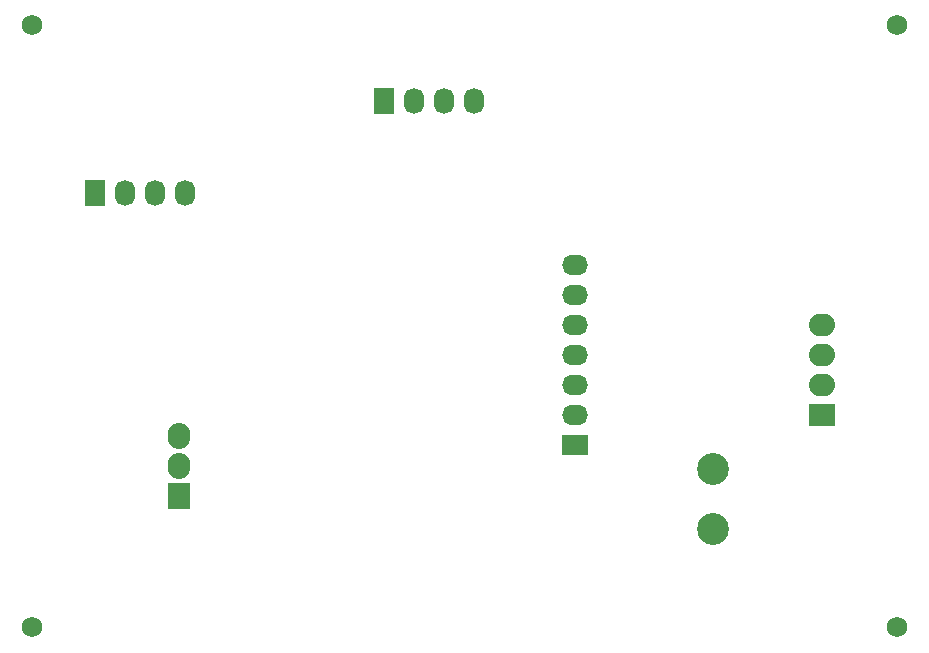
<source format=gbs>
G04*
G04 #@! TF.GenerationSoftware,Altium Limited,Altium Designer,18.0.7 (293)*
G04*
G04 Layer_Color=16711935*
%FSLAX44Y44*%
%MOMM*%
G71*
G01*
G75*
%ADD12C,1.7272*%
%ADD13O,2.2032X1.7032*%
%ADD14R,2.2032X1.7032*%
%ADD15R,2.2032X1.9032*%
%ADD16O,2.2032X1.9032*%
%ADD17O,1.9032X2.2032*%
%ADD18R,1.9032X2.2032*%
%ADD19O,1.7272X2.2032*%
%ADD20R,1.7272X2.2032*%
%ADD21C,2.7032*%
D12*
X50000Y559600D02*
D03*
X781850Y50000D02*
D03*
Y559600D02*
D03*
X50000Y50000D02*
D03*
D13*
X509270Y356870D02*
D03*
Y331470D02*
D03*
Y306070D02*
D03*
Y280670D02*
D03*
Y229870D02*
D03*
Y255270D02*
D03*
D14*
Y204470D02*
D03*
D15*
X718820Y229870D02*
D03*
D16*
Y255270D02*
D03*
Y280670D02*
D03*
Y306070D02*
D03*
D17*
X173990Y186690D02*
D03*
Y212090D02*
D03*
D18*
Y161290D02*
D03*
D19*
X179070Y417830D02*
D03*
X153670D02*
D03*
X128270D02*
D03*
X424180Y495300D02*
D03*
X398780D02*
D03*
X373380D02*
D03*
D20*
X102870Y417830D02*
D03*
X347980Y495300D02*
D03*
D21*
X626110Y133350D02*
D03*
Y184150D02*
D03*
M02*

</source>
